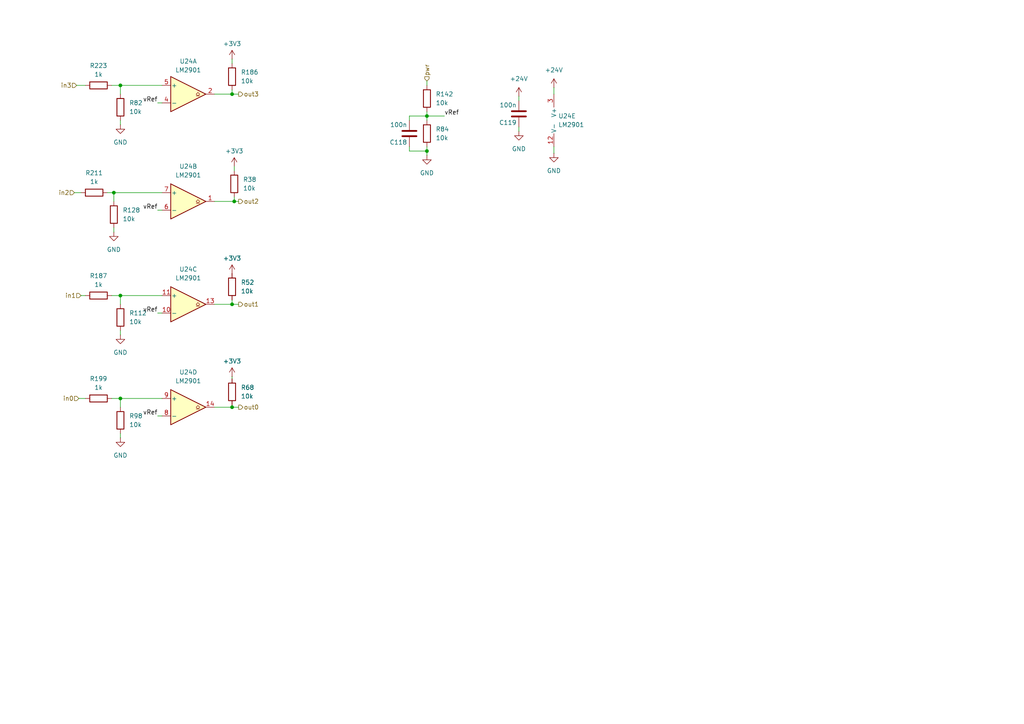
<source format=kicad_sch>
(kicad_sch (version 20231120) (generator "eeschema") (generator_version "8.0")
  (paper "A4")
  (lib_symbols
    (symbol "Comparator:LM2901" (pin_names (offset 0.127))
      (property "Reference" "U" (at 0 5.08 0))
      (property "Value" "LM2901" (at 0 -5.08 0))
      (symbol "LM2901_1_1"
        (polyline (pts (xy -5.08 5.08) (xy 5.08 0) (xy -5.08 -5.08) (xy -5.08 5.08)) (stroke (width 0.254)) (fill (type background)))
        (polyline (pts (xy 3.302 -0.508) (xy 2.794 -0.508) (xy 3.302 0) (xy 2.794 0.508) (xy 2.286 0) (xy 2.794 -0.508) (xy 2.286 -0.508)) (stroke (width 0.127)))
        (pin open_collector line (at 7.62 0 180) (length 2.54) (name "~") (number "2"))
        (pin input line (at -7.62 -2.54 0) (length 2.54) (name "-") (number "4"))
        (pin input line (at -7.62 2.54 0) (length 2.54) (name "+") (number "5"))
      )
      (symbol "LM2901_2_1"
        (polyline (pts (xy -5.08 5.08) (xy 5.08 0) (xy -5.08 -5.08) (xy -5.08 5.08)) (stroke (width 0.254)) (fill (type background)))
        (polyline (pts (xy 3.302 -0.508) (xy 2.794 -0.508) (xy 3.302 0) (xy 2.794 0.508) (xy 2.286 0) (xy 2.794 -0.508) (xy 2.286 -0.508)) (stroke (width 0.127)))
        (pin open_collector line (at 7.62 0 180) (length 2.54) (name "~") (number "1"))
        (pin input line (at -7.62 -2.54 0) (length 2.54) (name "-") (number "6"))
        (pin input line (at -7.62 2.54 0) (length 2.54) (name "+") (number "7"))
      )
      (symbol "LM2901_3_1"
        (polyline (pts (xy -5.08 5.08) (xy 5.08 0) (xy -5.08 -5.08) (xy -5.08 5.08)) (stroke (width 0.254)) (fill (type background)))
        (polyline (pts (xy 3.302 -0.508) (xy 2.794 -0.508) (xy 3.302 0) (xy 2.794 0.508) (xy 2.286 0) (xy 2.794 -0.508) (xy 2.286 -0.508)) (stroke (width 0.127)))
        (pin input line (at -7.62 -2.54 0) (length 2.54) (name "-") (number "10"))
        (pin input line (at -7.62 2.54 0) (length 2.54) (name "+") (number "11"))
        (pin open_collector line (at 7.62 0 180) (length 2.54) (name "~") (number "13"))
      )
      (symbol "LM2901_4_1"
        (polyline (pts (xy -5.08 5.08) (xy 5.08 0) (xy -5.08 -5.08) (xy -5.08 5.08)) (stroke (width 0.254)) (fill (type background)))
        (polyline (pts (xy 3.302 -0.508) (xy 2.794 -0.508) (xy 3.302 0) (xy 2.794 0.508) (xy 2.286 0) (xy 2.794 -0.508) (xy 2.286 -0.508)) (stroke (width 0.127)))
        (pin open_collector line (at 7.62 0 180) (length 2.54) (name "~") (number "14"))
        (pin input line (at -7.62 -2.54 0) (length 2.54) (name "-") (number "8"))
        (pin input line (at -7.62 2.54 0) (length 2.54) (name "+") (number "9"))
      )
      (symbol "LM2901_5_1"
        (pin power_in line (at -2.54 -7.62 90) (length 3.81) (name "V-") (number "12"))
        (pin power_in line (at -2.54 7.62 270) (length 3.81) (name "V+") (number "3"))
      )
    )
    (symbol "Device:C" (pin_numbers hide) (pin_names (offset 0.254))
      (property "Reference" "C" (at 0.635 2.54 0))
      (property "Value" "C" (at 0.635 -2.54 0))
      (symbol "C_0_1"
        (polyline (pts (xy -2.032 -0.762) (xy 2.032 -0.762)) (stroke (width 0.508)))
        (polyline (pts (xy -2.032 0.762) (xy 2.032 0.762)) (stroke (width 0.508)))
      )
      (symbol "C_1_1"
        (pin passive line (at 0 3.81 270) (length 2.794) (name "~") (number "1"))
        (pin passive line (at 0 -3.81 90) (length 2.794) (name "~") (number "2"))
      )
    )
    (symbol "Device:R" (pin_numbers hide) (pin_names (offset 0))
      (property "Reference" "R" (at 2.032 0 90))
      (property "Value" "R" (at 0 0 90))
      (symbol "R_0_1"
        (rectangle (start -1.016 -2.54) (end 1.016 2.54) (stroke (width 0.254)))
      )
      (symbol "R_1_1"
        (pin passive line (at 0 3.81 270) (length 1.27) (name "~") (number "1"))
        (pin passive line (at 0 -3.81 90) (length 1.27) (name "~") (number "2"))
      )
    )
    (symbol "power:+24V" (power) (pin_numbers hide) (pin_names (offset 0) hide)
      (property "Value" "+24V" (at 0 3.556 0))
      (symbol "+24V_0_1"
        (polyline (pts (xy -0.762 1.27) (xy 0 2.54)))
        (polyline (pts (xy 0 0) (xy 0 2.54)))
        (polyline (pts (xy 0 2.54) (xy 0.762 1.27)))
      )
      (symbol "+24V_1_1"
        (pin power_in line (at 0 0 90) (length 0) (name "~") (number "1"))
      )
    )
    (symbol "power:+3V3" (power) (pin_numbers hide) (pin_names (offset 0) hide)
      (property "Value" "+3V3" (at 0 3.556 0))
      (symbol "+3V3_0_1"
        (polyline (pts (xy -0.762 1.27) (xy 0 2.54)))
        (polyline (pts (xy 0 0) (xy 0 2.54)))
        (polyline (pts (xy 0 2.54) (xy 0.762 1.27)))
      )
      (symbol "+3V3_1_1"
        (pin power_in line (at 0 0 90) (length 0) (name "~") (number "1"))
      )
    )
    (symbol "power:GND" (power) (pin_numbers hide) (pin_names (offset 0) hide)
      (property "Value" "GND" (at 0 -3.81 0))
      (symbol "GND_0_1"
        (polyline (pts (xy 0 0) (xy 0 -1.27) (xy 1.27 -1.27) (xy 0 -2.54) (xy -1.27 -1.27) (xy 0 -1.27)))
      )
      (symbol "GND_1_1"
        (pin power_in line (at 0 0 270) (length 0) (name "~") (number "1"))
      )
    )
  )
  (junction (at 67.31 88.265))
  (junction (at 67.945 58.42))
  (junction (at 34.925 115.57))
  (junction (at 34.925 24.765))
  (junction (at 33.02 55.88))
  (junction (at 34.925 85.725))
  (junction (at 123.825 33.655))
  (junction (at 123.825 43.815))
  (junction (at 67.31 27.305))
  (junction (at 67.31 118.11))
  (wire (pts (xy 45.72 90.805) (xy 46.99 90.805)))
  (wire (pts (xy 123.825 32.385) (xy 123.825 33.655)))
  (wire (pts (xy 123.825 33.655) (xy 123.825 34.925)))
  (wire (pts (xy 118.745 34.925) (xy 118.745 33.655)))
  (wire (pts (xy 67.945 49.53) (xy 67.945 48.26)))
  (wire (pts (xy 67.31 88.265) (xy 69.215 88.265)))
  (wire (pts (xy 34.925 115.57) (xy 46.99 115.57)))
  (wire (pts (xy 33.02 55.88) (xy 46.99 55.88)))
  (wire (pts (xy 67.31 117.475) (xy 67.31 118.11)))
  (wire (pts (xy 123.825 43.815) (xy 123.825 45.085)))
  (wire (pts (xy 33.02 55.88) (xy 33.02 58.42)))
  (wire (pts (xy 123.825 33.655) (xy 128.905 33.655)))
  (wire (pts (xy 67.945 57.15) (xy 67.945 58.42)))
  (wire (pts (xy 160.655 42.545) (xy 160.655 44.45)))
  (wire (pts (xy 32.385 24.765) (xy 34.925 24.765)))
  (wire (pts (xy 32.385 85.725) (xy 34.925 85.725)))
  (wire (pts (xy 34.925 125.73) (xy 34.925 127)))
  (wire (pts (xy 45.72 60.96) (xy 46.99 60.96)))
  (wire (pts (xy 62.23 27.305) (xy 67.31 27.305)))
  (wire (pts (xy 67.31 26.035) (xy 67.31 27.305)))
  (wire (pts (xy 34.925 34.925) (xy 34.925 36.195)))
  (wire (pts (xy 22.86 115.57) (xy 24.765 115.57)))
  (wire (pts (xy 123.825 23.495) (xy 123.825 24.765)))
  (wire (pts (xy 150.495 27.94) (xy 150.495 29.21)))
  (wire (pts (xy 45.72 29.845) (xy 46.99 29.845)))
  (wire (pts (xy 31.115 55.88) (xy 33.02 55.88)))
  (wire (pts (xy 34.925 24.765) (xy 34.925 27.305)))
  (wire (pts (xy 34.925 95.885) (xy 34.925 97.155)))
  (wire (pts (xy 45.72 120.65) (xy 46.99 120.65)))
  (wire (pts (xy 67.31 27.305) (xy 69.215 27.305)))
  (wire (pts (xy 34.925 85.725) (xy 46.99 85.725)))
  (wire (pts (xy 118.745 43.815) (xy 123.825 43.815)))
  (wire (pts (xy 34.925 85.725) (xy 34.925 88.265)))
  (wire (pts (xy 62.23 58.42) (xy 67.945 58.42)))
  (wire (pts (xy 160.655 25.4) (xy 160.655 27.305)))
  (wire (pts (xy 67.31 86.995) (xy 67.31 88.265)))
  (wire (pts (xy 23.495 85.725) (xy 24.765 85.725)))
  (wire (pts (xy 62.23 88.265) (xy 67.31 88.265)))
  (wire (pts (xy 118.745 33.655) (xy 123.825 33.655)))
  (wire (pts (xy 22.225 24.765) (xy 24.765 24.765)))
  (wire (pts (xy 150.495 36.83) (xy 150.495 38.1)))
  (wire (pts (xy 34.925 115.57) (xy 34.925 118.11)))
  (wire (pts (xy 33.02 66.04) (xy 33.02 67.31)))
  (wire (pts (xy 118.745 42.545) (xy 118.745 43.815)))
  (wire (pts (xy 67.31 109.22) (xy 67.31 109.855)))
  (wire (pts (xy 67.945 58.42) (xy 69.215 58.42)))
  (wire (pts (xy 32.385 115.57) (xy 34.925 115.57)))
  (wire (pts (xy 67.31 17.145) (xy 67.31 18.415)))
  (wire (pts (xy 123.825 42.545) (xy 123.825 43.815)))
  (wire (pts (xy 34.925 24.765) (xy 46.99 24.765)))
  (wire (pts (xy 62.23 118.11) (xy 67.31 118.11)))
  (wire (pts (xy 21.59 55.88) (xy 23.495 55.88)))
  (wire (pts (xy 67.31 118.11) (xy 69.215 118.11)))
  (label "vRef" (at 45.72 90.805 180))
  (label "vRef" (at 128.905 33.655 0))
  (label "vRef" (at 45.72 60.96 180))
  (label "vRef" (at 45.72 120.65 180))
  (label "vRef" (at 45.72 29.845 180))
  (hierarchical_label "in2" (shape input) (at 21.59 55.88 180))
  (hierarchical_label "in0" (shape input) (at 22.86 115.57 180))
  (hierarchical_label "out0" (shape output) (at 69.215 118.11 0))
  (hierarchical_label "pwr" (shape input) (at 123.825 23.495 90))
  (hierarchical_label "out2" (shape output) (at 69.215 58.42 0))
  (hierarchical_label "in3" (shape input) (at 22.225 24.765 180))
  (hierarchical_label "out1" (shape output) (at 69.215 88.265 0))
  (hierarchical_label "in1" (shape input) (at 23.495 85.725 180))
  (hierarchical_label "out3" (shape output) (at 69.215 27.305 0))
  (symbol (lib_id "Device:R") (at 67.31 113.665 0) (unit 1)
    (property "Reference" "R68" (at 69.85 112.3949 0) (effects (justify left)))
    (property "Value" "10k" (at 69.85 114.9349 0) (effects (justify left)))
    (property "Footprint" "Capacitor_SMD:C_0402_1005Metric" (effects (hide yes)))
    (property "Description" "Resistor" (effects (hide yes)))
    (property "LCSC Part #" "C25744" (effects (hide yes)))
    (instances (project "EthercatIOBoard" (path "" (reference "R68") (unit 1)) (path "" (reference "R58") (unit 1)) (path "" (reference "R61") (unit 1)) (path "" (reference "R67") (unit 1)) (path "" (reference "R65") (unit 1)) (path "" (reference "R57") (unit 1)) (path "" (reference "R60") (unit 1)) (path "" (reference "R66") (unit 1)) (path "" (reference "R55") (unit 1)) (path "" (reference "R56") (unit 1)) (path "" (reference "R59") (unit 1)) (path "" (reference "R62") (unit 1))))
  )
  (symbol (lib_id "Device:R") (at 67.31 83.185 0) (unit 1)
    (property "Reference" "R52" (at 69.85 81.9149 0) (effects (justify left)))
    (property "Value" "10k" (at 69.85 84.4549 0) (effects (justify left)))
    (property "Footprint" "Capacitor_SMD:C_0402_1005Metric" (effects (hide yes)))
    (property "Description" "Resistor" (effects (hide yes)))
    (property "LCSC Part #" "C25744" (effects (hide yes)))
    (instances (project "EthercatIOBoard" (path "" (reference "R52") (unit 1)) (path "" (reference "R42") (unit 1)) (path "" (reference "R47") (unit 1)) (path "" (reference "R51") (unit 1)) (path "" (reference "R49") (unit 1)) (path "" (reference "R41") (unit 1)) (path "" (reference "R46") (unit 1)) (path "" (reference "R50") (unit 1)) (path "" (reference "R39") (unit 1)) (path "" (reference "R40") (unit 1)) (path "" (reference "R45") (unit 1)) (path "" (reference "R48") (unit 1))))
  )
  (symbol (lib_id "Comparator:LM2901") (at 163.195 34.925 0) (unit 5)
    (property "Reference" "U24" (at 161.925 33.6549 0) (effects (justify left)))
    (property "Value" "LM2901" (at 161.925 36.1949 0) (effects (justify left)))
    (property "Footprint" "Package_SO:SO-14_3.9x8.65mm_P1.27mm" (effects (hide yes)))
    (property "Datasheet" "https://www.st.com/resource/en/datasheet/lm2901.pdf" (effects (hide yes)))
    (property "Description" "Quad Differential Comparators, DIP-14/SOIC-14/TSSOP-14" (effects (hide yes)))
    (property "LCSC Part #" "C5145307" (effects (hide yes)))
    (property "JLCRotOffset" "-90" (effects (hide yes)))
    (instances (project "EthercatIOBoard" (path "" (reference "U24") (unit 5)) (path "" (reference "U14") (unit 5)) (path "" (reference "U17") (unit 5)) (path "" (reference "U22") (unit 5)) (path "" (reference "U20") (unit 5)) (path "" (reference "U13") (unit 5)) (path "" (reference "U16") (unit 5)) (path "" (reference "U21") (unit 5)) (path "" (reference "U1") (unit 5)) (path "" (reference "U12") (unit 5)) (path "" (reference "U15") (unit 5)) (path "" (reference "U18") (unit 5))))
  )
  (symbol (lib_id "power:+24V") (at 160.655 25.4 0) (unit 1)
    (property "Reference" "#PWR0331" (effects (hide yes)))
    (property "Value" "+24V" (at 160.655 20.32 0))
    (property "Description" "Power symbol creates a global label with name \"+24V\"" (effects (hide yes)))
    (instances (project "EthercatIOBoard" (path "" (reference "#PWR0331") (unit 1)) (path "" (reference "#PWR0323") (unit 1)) (path "" (reference "#PWR0326") (unit 1)) (path "" (reference "#PWR0330") (unit 1)) (path "" (reference "#PWR0328") (unit 1)) (path "" (reference "#PWR0322") (unit 1)) (path "" (reference "#PWR0325") (unit 1)) (path "" (reference "#PWR0329") (unit 1)) (path "" (reference "#PWR0320") (unit 1)) (path "" (reference "#PWR0321") (unit 1)) (path "" (reference "#PWR0324") (unit 1)) (path "" (reference "#PWR0327") (unit 1))))
  )
  (symbol (lib_id "Device:R") (at 67.31 22.225 0) (unit 1)
    (property "Reference" "R186" (at 69.85 20.9549 0) (effects (justify left)))
    (property "Value" "10k" (at 69.85 23.4949 0) (effects (justify left)))
    (property "Footprint" "Capacitor_SMD:C_0402_1005Metric" (effects (hide yes)))
    (property "Description" "Resistor" (effects (hide yes)))
    (property "LCSC Part #" "C25744" (effects (hide yes)))
    (instances (project "EthercatIOBoard" (path "" (reference "R186") (unit 1)) (path "" (reference "R178") (unit 1)) (path "" (reference "R181") (unit 1)) (path "" (reference "R185") (unit 1)) (path "" (reference "R183") (unit 1)) (path "" (reference "R177") (unit 1)) (path "" (reference "R180") (unit 1)) (path "" (reference "R184") (unit 1)) (path "" (reference "R175") (unit 1)) (path "" (reference "R176") (unit 1)) (path "" (reference "R179") (unit 1)) (path "" (reference "R182") (unit 1))))
  )
  (symbol (lib_id "Device:R") (at 67.945 53.34 0) (unit 1)
    (property "Reference" "R38" (at 70.485 52.0699 0) (effects (justify left)))
    (property "Value" "10k" (at 70.485 54.6099 0) (effects (justify left)))
    (property "Footprint" "Capacitor_SMD:C_0402_1005Metric" (effects (hide yes)))
    (property "Description" "Resistor" (effects (hide yes)))
    (property "LCSC Part #" "C25744" (effects (hide yes)))
    (instances (project "EthercatIOBoard" (path "" (reference "R38") (unit 1)) (path "" (reference "R6") (unit 1)) (path "" (reference "R9") (unit 1)) (path "" (reference "R37") (unit 1)) (path "" (reference "R35") (unit 1)) (path "" (reference "R5") (unit 1)) (path "" (reference "R8") (unit 1)) (path "" (reference "R36") (unit 1)) (path "" (reference "R3") (unit 1)) (path "" (reference "R4") (unit 1)) (path "" (reference "R7") (unit 1)) (path "" (reference "R10") (unit 1))))
  )
  (symbol (lib_id "Device:R") (at 123.825 28.575 0) (unit 1)
    (property "Reference" "R142" (at 126.365 27.3049 0) (effects (justify left)))
    (property "Value" "10k" (at 126.365 29.8449 0) (effects (justify left)))
    (property "Footprint" "Capacitor_SMD:C_0402_1005Metric" (effects (hide yes)))
    (property "Description" "Resistor" (effects (hide yes)))
    (property "LCSC Part #" "C25744" (effects (hide yes)))
    (instances (project "EthercatIOBoard" (path "" (reference "R142") (unit 1)) (path "" (reference "R132") (unit 1)) (path "" (reference "R137") (unit 1)) (path "" (reference "R141") (unit 1)) (path "" (reference "R139") (unit 1)) (path "" (reference "R131") (unit 1)) (path "" (reference "R136") (unit 1)) (path "" (reference "R140") (unit 1)) (path "" (reference "R129") (unit 1)) (path "" (reference "R130") (unit 1)) (path "" (reference "R135") (unit 1)) (path "" (reference "R138") (unit 1))))
  )
  (symbol (lib_id "power:+3V3") (at 67.31 109.22 0) (unit 1)
    (property "Reference" "#PWR0180" (effects (hide yes)))
    (property "Value" "+3V3" (at 67.31 104.775 0))
    (property "Description" "Power symbol creates a global label with name \"+3V3\"" (effects (hide yes)))
    (instances (project "EthercatIOBoard" (path "" (reference "#PWR0180") (unit 1)) (path "" (reference "#PWR0158") (unit 1)) (path "" (reference "#PWR0168") (unit 1)) (path "" (reference "#PWR0179") (unit 1)) (path "" (reference "#PWR0170") (unit 1)) (path "" (reference "#PWR0150") (unit 1)) (path "" (reference "#PWR0160") (unit 1)) (path "" (reference "#PWR0178") (unit 1)) (path "" (reference "#PWR0148") (unit 1)) (path "" (reference "#PWR0149") (unit 1)) (path "" (reference "#PWR0159") (unit 1)) (path "" (reference "#PWR0169") (unit 1))))
  )
  (symbol (lib_id "Device:R") (at 27.305 55.88 90) (unit 1)
    (property "Reference" "R211" (at 27.305 50.165 90))
    (property "Value" "1k" (at 27.305 52.705 90))
    (property "Footprint" "Capacitor_SMD:C_0402_1005Metric" (effects (hide yes)))
    (property "Description" "Resistor" (effects (hide yes)))
    (property "LCSC Part #" "C11702" (effects (hide yes)))
    (instances (project "EthercatIOBoard" (path "" (reference "R211") (unit 1)) (path "" (reference "R203") (unit 1)) (path "" (reference "R206") (unit 1)) (path "" (reference "R210") (unit 1)) (path "" (reference "R208") (unit 1)) (path "" (reference "R202") (unit 1)) (path "" (reference "R205") (unit 1)) (path "" (reference "R209") (unit 1)) (path "" (reference "R200") (unit 1)) (path "" (reference "R201") (unit 1)) (path "" (reference "R204") (unit 1)) (path "" (reference "R207") (unit 1))))
  )
  (symbol (lib_id "Device:C") (at 150.495 33.02 180) (unit 1)
    (property "Reference" "C119" (at 149.86 35.56 0) (effects (justify left)))
    (property "Value" "100n" (at 149.86 30.48 0) (effects (justify left)))
    (property "Footprint" "Capacitor_SMD:C_0402_1005Metric" (effects (hide yes)))
    (property "Description" "Unpolarized capacitor" (effects (hide yes)))
    (property "LCSC Part #" "C307331" (effects (hide yes)))
    (instances (project "EthercatIOBoard" (path "" (reference "C119") (unit 1)) (path "" (reference "C69") (unit 1)) (path "" (reference "C87") (unit 1)) (path "" (reference "C112") (unit 1)) (path "" (reference "C100") (unit 1)) (path "" (reference "C63") (unit 1)) (path "" (reference "C81") (unit 1)) (path "" (reference "C106") (unit 1)) (path "" (reference "C6") (unit 1)) (path "" (reference "C57") (unit 1)) (path "" (reference "C75") (unit 1)) (path "" (reference "C93") (unit 1))))
  )
  (symbol (lib_id "power:+3V3") (at 67.31 79.375 0) (unit 1)
    (property "Reference" "#PWR0140" (effects (hide yes)))
    (property "Value" "+3V3" (at 67.31 74.93 0))
    (property "Description" "Power symbol creates a global label with name \"+3V3\"" (effects (hide yes)))
    (instances (project "EthercatIOBoard" (path "" (reference "#PWR0140") (unit 1)) (path "" (reference "#PWR0118") (unit 1)) (path "" (reference "#PWR0128") (unit 1)) (path "" (reference "#PWR0139") (unit 1)) (path "" (reference "#PWR0130") (unit 1)) (path "" (reference "#PWR019") (unit 1)) (path "" (reference "#PWR0120") (unit 1)) (path "" (reference "#PWR0138") (unit 1)) (path "" (reference "#PWR017") (unit 1)) (path "" (reference "#PWR018") (unit 1)) (path "" (reference "#PWR0119") (unit 1)) (path "" (reference "#PWR0129") (unit 1))))
  )
  (symbol (lib_id "Comparator:LM2901") (at 54.61 118.11 0) (unit 4)
    (property "Reference" "U24" (at 54.61 107.95 0))
    (property "Value" "LM2901" (at 54.61 110.49 0))
    (property "Footprint" "Package_SO:SO-14_3.9x8.65mm_P1.27mm" (effects (hide yes)))
    (property "Datasheet" "https://www.st.com/resource/en/datasheet/lm2901.pdf" (effects (hide yes)))
    (property "Description" "Quad Differential Comparators, DIP-14/SOIC-14/TSSOP-14" (effects (hide yes)))
    (property "LCSC Part #" "C5145307" (effects (hide yes)))
    (property "JLCRotOffset" "-90" (effects (hide yes)))
    (instances (project "EthercatIOBoard" (path "" (reference "U24") (unit 4)) (path "" (reference "U14") (unit 4)) (path "" (reference "U17") (unit 4)) (path "" (reference "U22") (unit 4)) (path "" (reference "U20") (unit 4)) (path "" (reference "U13") (unit 4)) (path "" (reference "U16") (unit 4)) (path "" (reference "U21") (unit 4)) (path "" (reference "U1") (unit 4)) (path "" (reference "U12") (unit 4)) (path "" (reference "U15") (unit 4)) (path "" (reference "U18") (unit 4))))
  )
  (symbol (lib_id "power:+3V3") (at 67.945 48.26 0) (unit 1)
    (property "Reference" "#PWR0313" (effects (hide yes)))
    (property "Value" "+3V3" (at 67.945 43.815 0))
    (property "Description" "Power symbol creates a global label with name \"+3V3\"" (effects (hide yes)))
    (instances (project "EthercatIOBoard" (path "" (reference "#PWR0313") (unit 1)) (path "" (reference "#PWR0305") (unit 1)) (path "" (reference "#PWR0308") (unit 1)) (path "" (reference "#PWR0312") (unit 1)) (path "" (reference "#PWR0310") (unit 1)) (path "" (reference "#PWR0225") (unit 1)) (path "" (reference "#PWR0307") (unit 1)) (path "" (reference "#PWR0311") (unit 1)) (path "" (reference "#PWR0201") (unit 1)) (path "" (reference "#PWR0211") (unit 1)) (path "" (reference "#PWR0306") (unit 1)) (path "" (reference "#PWR0309") (unit 1))))
  )
  (symbol (lib_id "Device:R") (at 34.925 92.075 0) (unit 1)
    (property "Reference" "R112" (at 37.465 90.8049 0) (effects (justify left)))
    (property "Value" "10k" (at 37.465 93.3449 0) (effects (justify left)))
    (property "Footprint" "Capacitor_SMD:C_0402_1005Metric" (effects (hide yes)))
    (property "Description" "Resistor" (effects (hide yes)))
    (property "LCSC Part #" "C25744" (effects (hide yes)))
    (instances (project "EthercatIOBoard" (path "" (reference "R112") (unit 1)) (path "" (reference "R102") (unit 1)) (path "" (reference "R107") (unit 1)) (path "" (reference "R111") (unit 1)) (path "" (reference "R109") (unit 1)) (path "" (reference "R101") (unit 1)) (path "" (reference "R106") (unit 1)) (path "" (reference "R110") (unit 1)) (path "" (reference "R99") (unit 1)) (path "" (reference "R100") (unit 1)) (path "" (reference "R105") (unit 1)) (path "" (reference "R108") (unit 1))))
  )
  (symbol (lib_id "Comparator:LM2901") (at 54.61 58.42 0) (unit 2)
    (property "Reference" "U24" (at 54.61 48.26 0))
    (property "Value" "LM2901" (at 54.61 50.8 0))
    (property "Footprint" "Package_SO:SO-14_3.9x8.65mm_P1.27mm" (effects (hide yes)))
    (property "Datasheet" "https://www.st.com/resource/en/datasheet/lm2901.pdf" (effects (hide yes)))
    (property "Description" "Quad Differential Comparators, DIP-14/SOIC-14/TSSOP-14" (effects (hide yes)))
    (property "LCSC Part #" "C5145307" (effects (hide yes)))
    (property "JLCRotOffset" "-90" (effects (hide yes)))
    (instances (project "EthercatIOBoard" (path "" (reference "U24") (unit 2)) (path "" (reference "U14") (unit 2)) (path "" (reference "U17") (unit 2)) (path "" (reference "U22") (unit 2)) (path "" (reference "U20") (unit 2)) (path "" (reference "U13") (unit 2)) (path "" (reference "U16") (unit 2)) (path "" (reference "U21") (unit 2)) (path "" (reference "U1") (unit 2)) (path "" (reference "U12") (unit 2)) (path "" (reference "U15") (unit 2)) (path "" (reference "U18") (unit 2))))
  )
  (symbol (lib_id "Device:C") (at 118.745 38.735 180) (unit 1)
    (property "Reference" "C118" (at 118.11 41.275 0) (effects (justify left)))
    (property "Value" "100n" (at 118.11 36.195 0) (effects (justify left)))
    (property "Footprint" "Capacitor_SMD:C_0402_1005Metric" (effects (hide yes)))
    (property "Description" "Unpolarized capacitor" (effects (hide yes)))
    (property "LCSC Part #" "C307331" (effects (hide yes)))
    (instances (project "EthercatIOBoard" (path "" (reference "C118") (unit 1)) (path "" (reference "C68") (unit 1)) (path "" (reference "C86") (unit 1)) (path "" (reference "C111") (unit 1)) (path "" (reference "C99") (unit 1)) (path "" (reference "C62") (unit 1)) (path "" (reference "C80") (unit 1)) (path "" (reference "C105") (unit 1)) (path "" (reference "C5") (unit 1)) (path "" (reference "C56") (unit 1)) (path "" (reference "C74") (unit 1)) (path "" (reference "C92") (unit 1))))
  )
  (symbol (lib_id "Device:R") (at 123.825 38.735 0) (unit 1)
    (property "Reference" "R84" (at 126.365 37.4649 0) (effects (justify left)))
    (property "Value" "10k" (at 126.365 40.0049 0) (effects (justify left)))
    (property "Footprint" "Capacitor_SMD:C_0402_1005Metric" (effects (hide yes)))
    (property "Description" "Resistor" (effects (hide yes)))
    (property "LCSC Part #" "C25744" (effects (hide yes)))
    (instances (project "EthercatIOBoard" (path "" (reference "R84") (unit 1)) (path "" (reference "R44") (unit 1)) (path "" (reference "R63") (unit 1)) (path "" (reference "R83") (unit 1)) (path "" (reference "R73") (unit 1)) (path "" (reference "R43") (unit 1)) (path "" (reference "R54") (unit 1)) (path "" (reference "R74") (unit 1)) (path "" (reference "R11") (unit 1)) (path "" (reference "R12") (unit 1)) (path "" (reference "R53") (unit 1)) (path "" (reference "R64") (unit 1))))
  )
  (symbol (lib_id "Comparator:LM2901") (at 54.61 88.265 0) (unit 3)
    (property "Reference" "U24" (at 54.61 78.105 0))
    (property "Value" "LM2901" (at 54.61 80.645 0))
    (property "Footprint" "Package_SO:SO-14_3.9x8.65mm_P1.27mm" (effects (hide yes)))
    (property "Datasheet" "https://www.st.com/resource/en/datasheet/lm2901.pdf" (effects (hide yes)))
    (property "Description" "Quad Differential Comparators, DIP-14/SOIC-14/TSSOP-14" (effects (hide yes)))
    (property "LCSC Part #" "C5145307" (effects (hide yes)))
    (property "JLCRotOffset" "-90" (effects (hide yes)))
    (instances (project "EthercatIOBoard" (path "" (reference "U24") (unit 3)) (path "" (reference "U14") (unit 3)) (path "" (reference "U17") (unit 3)) (path "" (reference "U22") (unit 3)) (path "" (reference "U20") (unit 3)) (path "" (reference "U13") (unit 3)) (path "" (reference "U16") (unit 3)) (path "" (reference "U21") (unit 3)) (path "" (reference "U1") (unit 3)) (path "" (reference "U12") (unit 3)) (path "" (reference "U15") (unit 3)) (path "" (reference "U18") (unit 3))))
  )
  (symbol (lib_id "Comparator:LM2901") (at 54.61 27.305 0) (unit 1)
    (property "Reference" "U24" (at 54.61 17.78 0))
    (property "Value" "LM2901" (at 54.61 20.32 0))
    (property "Footprint" "Package_SO:SO-14_3.9x8.65mm_P1.27mm" (effects (hide yes)))
    (property "Datasheet" "https://www.st.com/resource/en/datasheet/lm2901.pdf" (effects (hide yes)))
    (property "Description" "Quad Differential Comparators, DIP-14/SOIC-14/TSSOP-14" (effects (hide yes)))
    (property "LCSC Part #" "C5145307" (effects (hide yes)))
    (property "JLCRotOffset" "-90" (effects (hide yes)))
    (instances (project "EthercatIOBoard" (path "" (reference "U24") (unit 1)) (path "" (reference "U14") (unit 1)) (path "" (reference "U17") (unit 1)) (path "" (reference "U22") (unit 1)) (path "" (reference "U20") (unit 1)) (path "" (reference "U13") (unit 1)) (path "" (reference "U16") (unit 1)) (path "" (reference "U21") (unit 1)) (path "" (reference "U1") (unit 1)) (path "" (reference "U12") (unit 1)) (path "" (reference "U15") (unit 1)) (path "" (reference "U18") (unit 1))))
  )
  (symbol (lib_id "Device:R") (at 34.925 31.115 0) (unit 1)
    (property "Reference" "R82" (at 37.465 29.8449 0) (effects (justify left)))
    (property "Value" "10k" (at 37.465 32.3849 0) (effects (justify left)))
    (property "Footprint" "Capacitor_SMD:C_0402_1005Metric" (effects (hide yes)))
    (property "Description" "Resistor" (effects (hide yes)))
    (property "LCSC Part #" "C25744" (effects (hide yes)))
    (instances (project "EthercatIOBoard" (path "" (reference "R82") (unit 1)) (path "" (reference "R72") (unit 1)) (path "" (reference "R77") (unit 1)) (path "" (reference "R81") (unit 1)) (path "" (reference "R79") (unit 1)) (path "" (reference "R71") (unit 1)) (path "" (reference "R76") (unit 1)) (path "" (reference "R80") (unit 1)) (path "" (reference "R69") (unit 1)) (path "" (reference "R70") (unit 1)) (path "" (reference "R75") (unit 1)) (path "" (reference "R78") (unit 1))))
  )
  (symbol (lib_id "power:GND") (at 34.925 36.195 0) (unit 1)
    (property "Reference" "#PWR0145" (effects (hide yes)))
    (property "Value" "GND" (at 34.925 41.275 0))
    (property "Description" "Power symbol creates a global label with name \"GND\" , ground" (effects (hide yes)))
    (instances (project "EthercatIOBoard" (path "" (reference "#PWR0145") (unit 1)) (path "" (reference "#PWR0121") (unit 1)) (path "" (reference "#PWR0131") (unit 1)) (path "" (reference "#PWR0143") (unit 1)) (path "" (reference "#PWR0135") (unit 1)) (path "" (reference "#PWR024") (unit 1)) (path "" (reference "#PWR0125") (unit 1)) (path "" (reference "#PWR0141") (unit 1)) (path "" (reference "#PWR020") (unit 1)) (path "" (reference "#PWR022") (unit 1)) (path "" (reference "#PWR0123") (unit 1)) (path "" (reference "#PWR0133") (unit 1))))
  )
  (symbol (lib_id "power:GND") (at 34.925 127 0) (unit 1)
    (property "Reference" "#PWR0185" (effects (hide yes)))
    (property "Value" "GND" (at 34.925 132.08 0))
    (property "Description" "Power symbol creates a global label with name \"GND\" , ground" (effects (hide yes)))
    (instances (project "EthercatIOBoard" (path "" (reference "#PWR0185") (unit 1)) (path "" (reference "#PWR0161") (unit 1)) (path "" (reference "#PWR0171") (unit 1)) (path "" (reference "#PWR0183") (unit 1)) (path "" (reference "#PWR0175") (unit 1)) (path "" (reference "#PWR0155") (unit 1)) (path "" (reference "#PWR0165") (unit 1)) (path "" (reference "#PWR0181") (unit 1)) (path "" (reference "#PWR0151") (unit 1)) (path "" (reference "#PWR0153") (unit 1)) (path "" (reference "#PWR0163") (unit 1)) (path "" (reference "#PWR0173") (unit 1))))
  )
  (symbol (lib_id "power:GND") (at 160.655 44.45 0) (unit 1)
    (property "Reference" "#PWR0234" (effects (hide yes)))
    (property "Value" "GND" (at 160.655 49.53 0))
    (property "Description" "Power symbol creates a global label with name \"GND\" , ground" (effects (hide yes)))
    (instances (project "EthercatIOBoard" (path "" (reference "#PWR0234") (unit 1)) (path "" (reference "#PWR0146") (unit 1)) (path "" (reference "#PWR0176") (unit 1)) (path "" (reference "#PWR0220") (unit 1)) (path "" (reference "#PWR0200") (unit 1)) (path "" (reference "#PWR0136") (unit 1)) (path "" (reference "#PWR0166") (unit 1)) (path "" (reference "#PWR0210") (unit 1)) (path "" (reference "#PWR025") (unit 1)) (path "" (reference "#PWR0126") (unit 1)) (path "" (reference "#PWR0156") (unit 1)) (path "" (reference "#PWR0186") (unit 1))))
  )
  (symbol (lib_id "Device:R") (at 28.575 24.765 90) (unit 1)
    (property "Reference" "R223" (at 28.575 19.05 90))
    (property "Value" "1k" (at 28.575 21.59 90))
    (property "Footprint" "Capacitor_SMD:C_0402_1005Metric" (effects (hide yes)))
    (property "Description" "Resistor" (effects (hide yes)))
    (property "LCSC Part #" "C11702" (effects (hide yes)))
    (instances (project "EthercatIOBoard" (path "" (reference "R223") (unit 1)) (path "" (reference "R215") (unit 1)) (path "" (reference "R218") (unit 1)) (path "" (reference "R222") (unit 1)) (path "" (reference "R220") (unit 1)) (path "" (reference "R214") (unit 1)) (path "" (reference "R217") (unit 1)) (path "" (reference "R221") (unit 1)) (path "" (reference "R212") (unit 1)) (path "" (reference "R213") (unit 1)) (path "" (reference "R216") (unit 1)) (path "" (reference "R219") (unit 1))))
  )
  (symbol (lib_id "power:GND") (at 150.495 38.1 0) (unit 1)
    (property "Reference" "#PWR0232" (effects (hide yes)))
    (property "Value" "GND" (at 150.495 43.18 0))
    (property "Description" "Power symbol creates a global label with name \"GND\" , ground" (effects (hide yes)))
    (instances (project "EthercatIOBoard" (path "" (reference "#PWR0232") (unit 1)) (path "" (reference "#PWR0144") (unit 1)) (path "" (reference "#PWR0174") (unit 1)) (path "" (reference "#PWR0218") (unit 1)) (path "" (reference "#PWR0198") (unit 1)) (path "" (reference "#PWR0134") (unit 1)) (path "" (reference "#PWR0164") (unit 1)) (path "" (reference "#PWR0208") (unit 1)) (path "" (reference "#PWR023") (unit 1)) (path "" (reference "#PWR0124") (unit 1)) (path "" (reference "#PWR0154") (unit 1)) (path "" (reference "#PWR0184") (unit 1))))
  )
  (symbol (lib_id "power:+24V") (at 150.495 27.94 0) (unit 1)
    (property "Reference" "#PWR0343" (effects (hide yes)))
    (property "Value" "+24V" (at 150.495 22.86 0))
    (property "Description" "Power symbol creates a global label with name \"+24V\"" (effects (hide yes)))
    (instances (project "EthercatIOBoard" (path "" (reference "#PWR0343") (unit 1)) (path "" (reference "#PWR0335") (unit 1)) (path "" (reference "#PWR0338") (unit 1)) (path "" (reference "#PWR0342") (unit 1)) (path "" (reference "#PWR0340") (unit 1)) (path "" (reference "#PWR0334") (unit 1)) (path "" (reference "#PWR0337") (unit 1)) (path "" (reference "#PWR0341") (unit 1)) (path "" (reference "#PWR0332") (unit 1)) (path "" (reference "#PWR0333") (unit 1)) (path "" (reference "#PWR0336") (unit 1)) (path "" (reference "#PWR0339") (unit 1))))
  )
  (symbol (lib_id "power:GND") (at 34.925 97.155 0) (unit 1)
    (property "Reference" "#PWR0209" (effects (hide yes)))
    (property "Value" "GND" (at 34.925 102.235 0))
    (property "Description" "Power symbol creates a global label with name \"GND\" , ground" (effects (hide yes)))
    (instances (project "EthercatIOBoard" (path "" (reference "#PWR0209") (unit 1)) (path "" (reference "#PWR0195") (unit 1)) (path "" (reference "#PWR0202") (unit 1)) (path "" (reference "#PWR0207") (unit 1)) (path "" (reference "#PWR0204") (unit 1)) (path "" (reference "#PWR0194") (unit 1)) (path "" (reference "#PWR0199") (unit 1)) (path "" (reference "#PWR0205") (unit 1)) (path "" (reference "#PWR0192") (unit 1)) (path "" (reference "#PWR0193") (unit 1)) (path "" (reference "#PWR0197") (unit 1)) (path "" (reference "#PWR0203") (unit 1))))
  )
  (symbol (lib_id "Device:R") (at 33.02 62.23 0) (unit 1)
    (property "Reference" "R128" (at 35.56 60.9599 0) (effects (justify left)))
    (property "Value" "10k" (at 35.56 63.4999 0) (effects (justify left)))
    (property "Footprint" "Capacitor_SMD:C_0402_1005Metric" (effects (hide yes)))
    (property "Description" "Resistor" (effects (hide yes)))
    (property "LCSC Part #" "C25744" (effects (hide yes)))
    (instances (project "EthercatIOBoard" (path "" (reference "R128") (unit 1)) (path "" (reference "R118") (unit 1)) (path "" (reference "R121") (unit 1)) (path "" (reference "R127") (unit 1)) (path "" (reference "R125") (unit 1)) (path "" (reference "R117") (unit 1)) (path "" (reference "R120") (unit 1)) (path "" (reference "R126") (unit 1)) (path "" (reference "R115") (unit 1)) (path "" (reference "R116") (unit 1)) (path "" (reference "R119") (unit 1)) (path "" (reference "R122") (unit 1))))
  )
  (symbol (lib_id "power:GND") (at 33.02 67.31 0) (unit 1)
    (property "Reference" "#PWR0233" (effects (hide yes)))
    (property "Value" "GND" (at 33.02 72.39 0))
    (property "Description" "Power symbol creates a global label with name \"GND\" , ground" (effects (hide yes)))
    (instances (project "EthercatIOBoard" (path "" (reference "#PWR0233") (unit 1)) (path "" (reference "#PWR0215") (unit 1)) (path "" (reference "#PWR0226") (unit 1)) (path "" (reference "#PWR0231") (unit 1)) (path "" (reference "#PWR0228") (unit 1)) (path "" (reference "#PWR0214") (unit 1)) (path "" (reference "#PWR0219") (unit 1)) (path "" (reference "#PWR0229") (unit 1)) (path "" (reference "#PWR0212") (unit 1)) (path "" (reference "#PWR0213") (unit 1)) (path "" (reference "#PWR0217") (unit 1)) (path "" (reference "#PWR0227") (unit 1))))
  )
  (symbol (lib_id "power:+3V3") (at 67.31 17.145 0) (unit 1)
    (property "Reference" "#PWR0191" (effects (hide yes)))
    (property "Value" "+3V3" (at 67.31 12.7 0))
    (property "Description" "Power symbol creates a global label with name \"+3V3\"" (effects (hide yes)))
    (instances (project "EthercatIOBoard" (path "" (reference "#PWR0191") (unit 1)) (path "" (reference "#PWR097") (unit 1)) (path "" (reference "#PWR0137") (unit 1)) (path "" (reference "#PWR0177") (unit 1)) (path "" (reference "#PWR0157") (unit 1)) (path "" (reference "#PWR094") (unit 1)) (path "" (reference "#PWR0127") (unit 1)) (path "" (reference "#PWR0167") (unit 1)) (path "" (reference "#PWR016") (unit 1)) (path "" (reference "#PWR090") (unit 1)) (path "" (reference "#PWR0117") (unit 1)) (path "" (reference "#PWR0147") (unit 1))))
  )
  (symbol (lib_id "power:GND") (at 123.825 45.085 0) (unit 1)
    (property "Reference" "#PWR0230" (effects (hide yes)))
    (property "Value" "GND" (at 123.825 50.165 0))
    (property "Description" "Power symbol creates a global label with name \"GND\" , ground" (effects (hide yes)))
    (instances (project "EthercatIOBoard" (path "" (reference "#PWR0230") (unit 1)) (path "" (reference "#PWR0142") (unit 1)) (path "" (reference "#PWR0172") (unit 1)) (path "" (reference "#PWR0216") (unit 1)) (path "" (reference "#PWR0196") (unit 1)) (path "" (reference "#PWR0132") (unit 1)) (path "" (reference "#PWR0162") (unit 1)) (path "" (reference "#PWR0206") (unit 1)) (path "" (reference "#PWR021") (unit 1)) (path "" (reference "#PWR0122") (unit 1)) (path "" (reference "#PWR0152") (unit 1)) (path "" (reference "#PWR0182") (unit 1))))
  )
  (symbol (lib_id "Device:R") (at 28.575 115.57 90) (unit 1)
    (property "Reference" "R199" (at 28.575 109.855 90))
    (property "Value" "1k" (at 28.575 112.395 90))
    (property "Footprint" "Capacitor_SMD:C_0402_1005Metric" (effects (hide yes)))
    (property "Description" "Resistor" (effects (hide yes)))
    (property "LCSC Part #" "C11702" (effects (hide yes)))
    (instances (project "EthercatIOBoard" (path "" (reference "R199") (unit 1)) (path "" (reference "R191") (unit 1)) (path "" (reference "R194") (unit 1)) (path "" (reference "R198") (unit 1)) (path "" (reference "R196") (unit 1)) (path "" (reference "R190") (unit 1)) (path "" (reference "R193") (unit 1)) (path "" (reference "R197") (unit 1)) (path "" (reference "R188") (unit 1)) (path "" (reference "R189") (unit 1)) (path "" (reference "R192") (unit 1)) (path "" (reference "R195") (unit 1))))
  )
  (symbol (lib_id "Device:R") (at 28.575 85.725 90) (unit 1)
    (property "Reference" "R187" (at 28.575 80.01 90))
    (property "Value" "1k" (at 28.575 82.55 90))
    (property "Footprint" "Capacitor_SMD:C_0402_1005Metric" (effects (hide yes)))
    (property "Description" "Resistor" (effects (hide yes)))
    (property "LCSC Part #" "C11702" (effects (hide yes)))
    (instances (project "EthercatIOBoard" (path "" (reference "R187") (unit 1)) (path "" (reference "R113") (unit 1)) (path "" (reference "R124") (unit 1)) (path "" (reference "R144") (unit 1)) (path "" (reference "R134") (unit 1)) (path "" (reference "R104") (unit 1)) (path "" (reference "R123") (unit 1)) (path "" (reference "R143") (unit 1)) (path "" (reference "R94") (unit 1)) (path "" (reference "R103") (unit 1)) (path "" (reference "R114") (unit 1)) (path "" (reference "R133") (unit 1))))
  )
  (symbol (lib_id "Device:R") (at 34.925 121.92 0) (unit 1)
    (property "Reference" "R98" (at 37.465 120.6499 0) (effects (justify left)))
    (property "Value" "10k" (at 37.465 123.1899 0) (effects (justify left)))
    (property "Footprint" "Capacitor_SMD:C_0402_1005Metric" (effects (hide yes)))
    (property "Description" "Resistor" (effects (hide yes)))
    (property "LCSC Part #" "C25744" (effects (hide yes)))
    (instances (project "EthercatIOBoard" (path "" (reference "R98") (unit 1)) (path "" (reference "R88") (unit 1)) (path "" (reference "R91") (unit 1)) (path "" (reference "R97") (unit 1)) (path "" (reference "R95") (unit 1)) (path "" (reference "R87") (unit 1)) (path "" (reference "R90") (unit 1)) (path "" (reference "R96") (unit 1)) (path "" (reference "R85") (unit 1)) (path "" (reference "R86") (unit 1)) (path "" (reference "R89") (unit 1)) (path "" (reference "R92") (unit 1))))
  )
)
</source>
